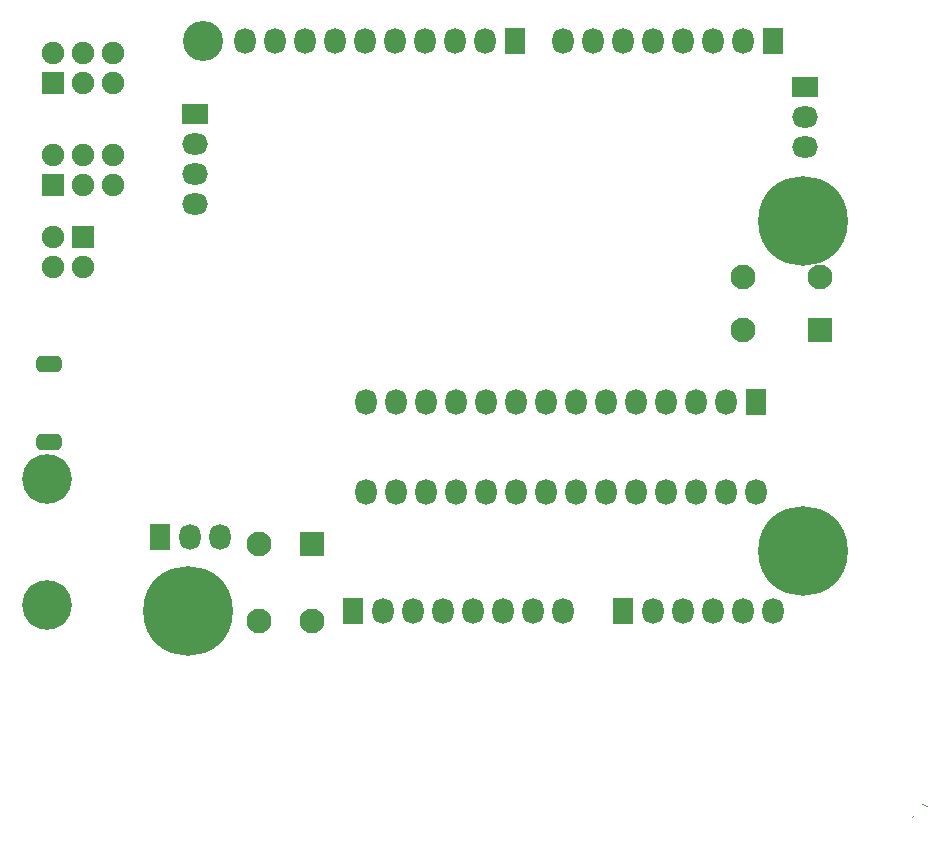
<source format=gbs>
G04*
G04 #@! TF.GenerationSoftware,Altium Limited,Altium Designer,18.1.7 (191)*
G04*
G04 Layer_Color=16711935*
%FSLAX44Y44*%
%MOMM*%
G71*
G01*
G75*
%ADD36R,2.1000X2.1000*%
%ADD57O,1.8000X2.2000*%
%ADD58R,1.8000X2.2000*%
%ADD59R,2.2000X1.8000*%
%ADD60O,2.2000X1.8000*%
%ADD61C,1.9000*%
%ADD62R,1.9000X1.9000*%
G04:AMPARAMS|DCode=63|XSize=2.2mm|YSize=1.4mm|CornerRadius=0.46mm|HoleSize=0mm|Usage=FLASHONLY|Rotation=0.000|XOffset=0mm|YOffset=0mm|HoleType=Round|Shape=RoundedRectangle|*
%AMROUNDEDRECTD63*
21,1,2.2000,0.4800,0,0,0.0*
21,1,1.2800,1.4000,0,0,0.0*
1,1,0.9200,0.6400,-0.2400*
1,1,0.9200,-0.6400,-0.2400*
1,1,0.9200,-0.6400,0.2400*
1,1,0.9200,0.6400,0.2400*
%
%ADD63ROUNDEDRECTD63*%
%ADD64C,3.4000*%
%ADD65C,4.2000*%
%ADD66C,7.6000*%
%ADD67C,2.1000*%
%ADD68R,2.1000X2.1000*%
G36*
X761768Y-173040D02*
Y-174368D01*
X762432D01*
Y-175032D01*
X761768D01*
X761104D01*
Y-173040D01*
X761768D01*
D02*
G37*
G36*
X753800Y-149136D02*
Y-148472D01*
X754464D01*
Y-149136D01*
X753800D01*
Y-149800D01*
X753136D01*
Y-149136D01*
X753800D01*
D02*
G37*
G36*
X763096Y-139176D02*
X765088D01*
Y-139840D01*
X766416D01*
Y-140504D01*
X764424D01*
Y-139840D01*
X763096D01*
Y-139176D01*
X761768D01*
Y-138512D01*
X763096D01*
Y-139176D01*
D02*
G37*
D36*
X245000Y81750D02*
D03*
D57*
X167000Y88000D02*
D03*
X141600D02*
D03*
X187960Y508000D02*
D03*
X213360D02*
D03*
X238760D02*
D03*
X264160D02*
D03*
X289560D02*
D03*
X314960D02*
D03*
X340360D02*
D03*
X365760D02*
D03*
X391160D02*
D03*
X457200D02*
D03*
X482600D02*
D03*
X508000D02*
D03*
X533400D02*
D03*
X558800D02*
D03*
X584200D02*
D03*
X609600D02*
D03*
X635000Y25400D02*
D03*
X609600D02*
D03*
X584200D02*
D03*
X558800D02*
D03*
X533400D02*
D03*
X457200D02*
D03*
X431800D02*
D03*
X406400D02*
D03*
X381000D02*
D03*
X355600D02*
D03*
X330200D02*
D03*
X304800D02*
D03*
X595250Y201930D02*
D03*
X569850D02*
D03*
X544450D02*
D03*
X519050D02*
D03*
X493650D02*
D03*
X468250D02*
D03*
X442850D02*
D03*
X417450D02*
D03*
X392050D02*
D03*
X366650D02*
D03*
X341250D02*
D03*
X315850D02*
D03*
X290450D02*
D03*
X620650Y125730D02*
D03*
X595250D02*
D03*
X569850D02*
D03*
X544450D02*
D03*
X519050D02*
D03*
X493650D02*
D03*
X468250D02*
D03*
X442850D02*
D03*
X417450D02*
D03*
X392050D02*
D03*
X366650D02*
D03*
X341250D02*
D03*
X315850D02*
D03*
X290450D02*
D03*
D58*
X116200Y88000D02*
D03*
X416560Y508000D02*
D03*
X635000D02*
D03*
X508000Y25400D02*
D03*
X279400D02*
D03*
X620650Y201930D02*
D03*
D59*
X146000Y446000D02*
D03*
X662000Y469000D02*
D03*
D60*
X146000Y420600D02*
D03*
Y395200D02*
D03*
Y369800D02*
D03*
X662000Y418200D02*
D03*
Y443600D02*
D03*
D61*
X25400Y316600D02*
D03*
X50800D02*
D03*
X25400Y342000D02*
D03*
X76200Y411480D02*
D03*
X50800D02*
D03*
X25400D02*
D03*
X76200Y386080D02*
D03*
X50800D02*
D03*
X76200Y497840D02*
D03*
X50800D02*
D03*
X25400D02*
D03*
X76200Y472440D02*
D03*
X50800D02*
D03*
D62*
Y342000D02*
D03*
X25400Y386080D02*
D03*
Y472440D02*
D03*
D63*
X21995Y234000D02*
D03*
Y168000D02*
D03*
D64*
X152400Y508000D02*
D03*
D65*
X21000Y30000D02*
D03*
Y137000D02*
D03*
D66*
X139700Y25400D02*
D03*
X660400Y76200D02*
D03*
Y355600D02*
D03*
D67*
X610000Y263000D02*
D03*
Y308000D02*
D03*
X675000D02*
D03*
X245000Y16750D02*
D03*
X200000D02*
D03*
Y81750D02*
D03*
D68*
X675000Y263000D02*
D03*
M02*

</source>
